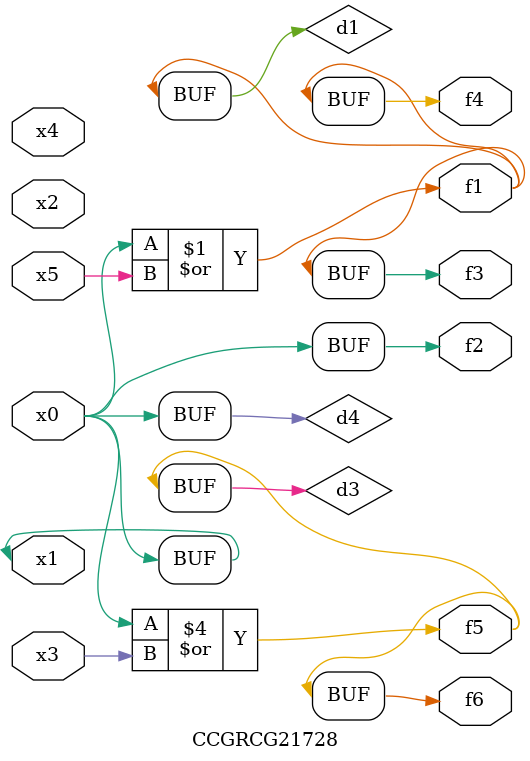
<source format=v>
module CCGRCG21728(
	input x0, x1, x2, x3, x4, x5,
	output f1, f2, f3, f4, f5, f6
);

	wire d1, d2, d3, d4;

	or (d1, x0, x5);
	xnor (d2, x1, x4);
	or (d3, x0, x3);
	buf (d4, x0, x1);
	assign f1 = d1;
	assign f2 = d4;
	assign f3 = d1;
	assign f4 = d1;
	assign f5 = d3;
	assign f6 = d3;
endmodule

</source>
